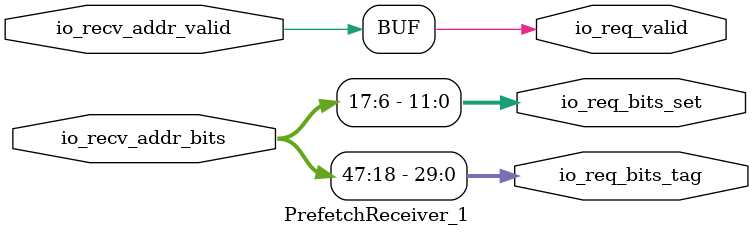
<source format=sv>
`ifndef RANDOMIZE
  `ifdef RANDOMIZE_MEM_INIT
    `define RANDOMIZE
  `endif // RANDOMIZE_MEM_INIT
`endif // not def RANDOMIZE
`ifndef RANDOMIZE
  `ifdef RANDOMIZE_REG_INIT
    `define RANDOMIZE
  `endif // RANDOMIZE_REG_INIT
`endif // not def RANDOMIZE

`ifndef RANDOM
  `define RANDOM $random
`endif // not def RANDOM

// Users can define INIT_RANDOM as general code that gets injected into the
// initializer block for modules with registers.
`ifndef INIT_RANDOM
  `define INIT_RANDOM
`endif // not def INIT_RANDOM

// If using random initialization, you can also define RANDOMIZE_DELAY to
// customize the delay used, otherwise 0.002 is used.
`ifndef RANDOMIZE_DELAY
  `define RANDOMIZE_DELAY 0.002
`endif // not def RANDOMIZE_DELAY

// Define INIT_RANDOM_PROLOG_ for use in our modules below.
`ifndef INIT_RANDOM_PROLOG_
  `ifdef RANDOMIZE
    `ifdef VERILATOR
      `define INIT_RANDOM_PROLOG_ `INIT_RANDOM
    `else  // VERILATOR
      `define INIT_RANDOM_PROLOG_ `INIT_RANDOM #`RANDOMIZE_DELAY begin end
    `endif // VERILATOR
  `else  // RANDOMIZE
    `define INIT_RANDOM_PROLOG_
  `endif // RANDOMIZE
`endif // not def INIT_RANDOM_PROLOG_

// Include register initializers in init blocks unless synthesis is set
`ifndef SYNTHESIS
  `ifndef ENABLE_INITIAL_REG_
    `define ENABLE_INITIAL_REG_
  `endif // not def ENABLE_INITIAL_REG_
`endif // not def SYNTHESIS

// Include rmemory initializers in init blocks unless synthesis is set
`ifndef SYNTHESIS
  `ifndef ENABLE_INITIAL_MEM_
    `define ENABLE_INITIAL_MEM_
  `endif // not def ENABLE_INITIAL_MEM_
`endif // not def SYNTHESIS

module PrefetchReceiver_1(
  output        io_req_valid,
  output [29:0] io_req_bits_tag,
  output [11:0] io_req_bits_set,
  input         io_recv_addr_valid,
  input  [63:0] io_recv_addr_bits
);

  assign io_req_valid = io_recv_addr_valid;
  assign io_req_bits_tag = io_recv_addr_bits[47:18];
  assign io_req_bits_set = io_recv_addr_bits[17:6];
endmodule


</source>
